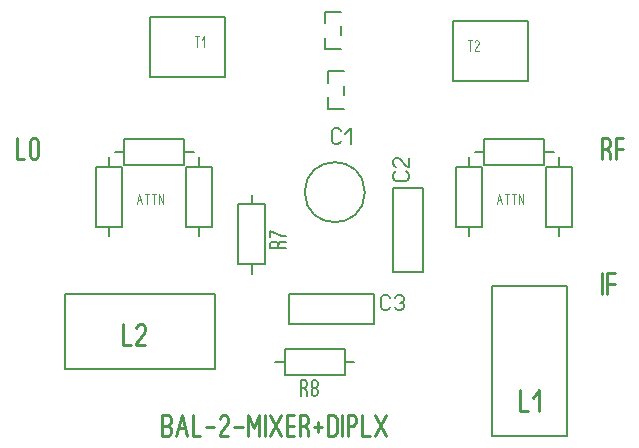
<source format=gbr>
%FSLAX34Y34*%
%MOMM*%
%LNSILK_TOP*%
G71*
G01*
%ADD10C,0.150*%
%ADD11C,0.167*%
%ADD12C,0.222*%
%ADD13C,0.111*%
%LPD*%
G54D10*
G75*
G01X31750Y-15750D02*
G03X31750Y-15750I-25400J0D01*
G01*
G54D10*
X-222250Y-101600D02*
X-222250Y-165100D01*
X-95250Y-165100D01*
X-95250Y-101600D01*
X-222250Y-101600D01*
G54D10*
X139700Y-222250D02*
X203200Y-222250D01*
X203200Y-95250D01*
X139700Y-95250D01*
X139700Y-222250D01*
G54D10*
X-75229Y-25980D02*
X-53054Y-25980D01*
X-53054Y-76680D01*
X-75229Y-76680D01*
X-75229Y-25980D01*
G54D10*
X-64141Y-25780D02*
X-64141Y-17880D01*
G54D10*
X-64141Y-76780D02*
X-64141Y-84680D01*
G54D11*
X-41884Y-60254D02*
X-40217Y-58254D01*
X-38550Y-57588D01*
X-35217Y-57588D01*
G54D11*
X-35217Y-62921D02*
X-48550Y-62921D01*
X-48550Y-59588D01*
X-47717Y-58254D01*
X-46050Y-57588D01*
X-44384Y-57588D01*
X-42717Y-58254D01*
X-41884Y-59588D01*
X-41884Y-62921D01*
G54D11*
X-48550Y-53921D02*
X-48550Y-48588D01*
X-46884Y-49254D01*
X-44384Y-50588D01*
X-41050Y-51921D01*
X-38550Y-52588D01*
X-35217Y-52588D01*
G54D10*
X80764Y-11983D02*
X55364Y-11983D01*
X55364Y-83583D01*
X80764Y-83583D01*
X80764Y-11983D01*
G54D11*
X66630Y1891D02*
X68297Y891D01*
X69130Y-1109D01*
X69130Y-3109D01*
X68297Y-5109D01*
X66630Y-6109D01*
X58297Y-6109D01*
X56630Y-5109D01*
X55797Y-3109D01*
X55797Y-1109D01*
X56630Y891D01*
X58297Y1891D01*
G54D11*
X69130Y13558D02*
X69130Y5558D01*
X68297Y5558D01*
X66630Y6558D01*
X61630Y12558D01*
X59964Y13558D01*
X58297Y13558D01*
X56630Y12558D01*
X55797Y10558D01*
X55797Y8558D01*
X56630Y6558D01*
X58297Y5558D01*
G54D10*
X39418Y-127460D02*
X39418Y-102059D01*
X-32182Y-102060D01*
X-32182Y-127460D01*
X39418Y-127460D01*
G54D11*
X53292Y-113326D02*
X52292Y-114993D01*
X50292Y-115826D01*
X48292Y-115826D01*
X46292Y-114993D01*
X45292Y-113326D01*
X45292Y-104993D01*
X46292Y-103326D01*
X48292Y-102493D01*
X50292Y-102493D01*
X52292Y-103326D01*
X53292Y-104993D01*
G54D11*
X56959Y-104993D02*
X57959Y-103326D01*
X59959Y-102493D01*
X61959Y-102493D01*
X63959Y-103326D01*
X64959Y-104993D01*
X64959Y-106659D01*
X63959Y-108326D01*
X61959Y-109159D01*
X63959Y-109993D01*
X64959Y-111659D01*
X64959Y-113326D01*
X63959Y-114993D01*
X61959Y-115826D01*
X59959Y-115826D01*
X57959Y-114993D01*
X56959Y-113326D01*
G54D11*
X11623Y27461D02*
X10623Y25794D01*
X8623Y24961D01*
X6623Y24961D01*
X4623Y25794D01*
X3623Y27461D01*
X3623Y35794D01*
X4623Y37461D01*
X6623Y38294D01*
X8623Y38294D01*
X10623Y37461D01*
X11623Y35794D01*
G54D11*
X15290Y33294D02*
X20290Y38294D01*
X20290Y24961D01*
G54D10*
X14620Y-148215D02*
X14620Y-170390D01*
X-36080Y-170390D01*
X-36080Y-148215D01*
X14620Y-148215D01*
G54D10*
X14820Y-159303D02*
X22720Y-159303D01*
G54D10*
X-36180Y-159303D02*
X-44080Y-159303D01*
G54D11*
X-19655Y-181561D02*
X-17655Y-183227D01*
X-16988Y-184894D01*
X-16988Y-188227D01*
G54D11*
X-22321Y-188227D02*
X-22321Y-174894D01*
X-18988Y-174894D01*
X-17655Y-175727D01*
X-16988Y-177394D01*
X-16988Y-179061D01*
X-17655Y-180727D01*
X-18988Y-181561D01*
X-22321Y-181561D01*
G54D11*
X-9988Y-181561D02*
X-11321Y-181561D01*
X-12655Y-180727D01*
X-13321Y-179061D01*
X-13321Y-177394D01*
X-12655Y-175727D01*
X-11321Y-174894D01*
X-9988Y-174894D01*
X-8655Y-175727D01*
X-7988Y-177394D01*
X-7988Y-179061D01*
X-8655Y-180727D01*
X-9988Y-181561D01*
X-8655Y-182394D01*
X-7988Y-184061D01*
X-7988Y-185727D01*
X-8655Y-187394D01*
X-9988Y-188227D01*
X-11321Y-188227D01*
X-12655Y-187394D01*
X-13321Y-185727D01*
X-13321Y-184061D01*
X-12655Y-182394D01*
X-11321Y-181561D01*
G54D12*
X-172646Y-127148D02*
X-172646Y-144926D01*
X-166424Y-144926D01*
G54D12*
X-154424Y-144926D02*
X-161536Y-144926D01*
X-161536Y-143814D01*
X-160647Y-141592D01*
X-155313Y-134926D01*
X-154424Y-132703D01*
X-154424Y-130481D01*
X-155313Y-128259D01*
X-157091Y-127148D01*
X-158869Y-127148D01*
X-160647Y-128259D01*
X-161536Y-130481D01*
G54D12*
X163483Y-183478D02*
X163483Y-201256D01*
X169705Y-201256D01*
G54D12*
X174594Y-190145D02*
X179038Y-183478D01*
X179038Y-201256D01*
G54D10*
X-195879Y5770D02*
X-173704Y5770D01*
X-173704Y-44930D01*
X-195879Y-44930D01*
X-195879Y5770D01*
G54D10*
X-184791Y5970D02*
X-184791Y13870D01*
G54D10*
X-184791Y-45030D02*
X-184791Y-52930D01*
G54D10*
X-121338Y29638D02*
X-121338Y7463D01*
X-172038Y7463D01*
X-172038Y29638D01*
X-121338Y29638D01*
G54D10*
X-121138Y18551D02*
X-113238Y18551D01*
G54D10*
X-172138Y18551D02*
X-180038Y18551D01*
G54D10*
X-119688Y5696D02*
X-97513Y5696D01*
X-97513Y-45004D01*
X-119688Y-45004D01*
X-119688Y5696D01*
G54D10*
X-108601Y5896D02*
X-108601Y13796D01*
G54D10*
X-108601Y-45104D02*
X-108601Y-53004D01*
G54D10*
X108921Y5770D02*
X131096Y5770D01*
X131096Y-44930D01*
X108921Y-44930D01*
X108921Y5770D01*
G54D10*
X120009Y5970D02*
X120009Y13870D01*
G54D10*
X120009Y-45030D02*
X120009Y-52930D01*
G54D10*
X183462Y29638D02*
X183462Y7463D01*
X132762Y7463D01*
X132762Y29638D01*
X183462Y29638D01*
G54D10*
X183662Y18551D02*
X191562Y18551D01*
G54D10*
X132662Y18551D02*
X124762Y18551D01*
G54D10*
X185112Y5696D02*
X207287Y5696D01*
X207287Y-45004D01*
X185112Y-45004D01*
X185112Y5696D01*
G54D10*
X196199Y5896D02*
X196199Y13796D01*
G54D10*
X196199Y-45104D02*
X196199Y-53004D01*
G54D12*
X-263077Y30039D02*
X-263077Y12261D01*
X-256855Y12261D01*
G54D12*
X-244855Y26705D02*
X-244855Y15594D01*
X-245744Y13372D01*
X-247522Y12261D01*
X-249299Y12261D01*
X-251077Y13372D01*
X-251966Y15594D01*
X-251966Y26705D01*
X-251077Y28928D01*
X-249299Y30039D01*
X-247522Y30039D01*
X-245744Y28928D01*
X-244855Y26705D01*
G54D12*
X235778Y21150D02*
X238445Y18928D01*
X239334Y16705D01*
X239334Y12261D01*
G54D12*
X232223Y12261D02*
X232223Y30039D01*
X236668Y30039D01*
X238445Y28928D01*
X239334Y26705D01*
X239334Y24483D01*
X238445Y22261D01*
X236668Y21150D01*
X232223Y21150D01*
G54D12*
X244223Y12261D02*
X244223Y30039D01*
X250445Y30039D01*
G54D12*
X244223Y21150D02*
X250445Y21150D01*
G54D12*
X232223Y-102039D02*
X232223Y-84261D01*
G54D12*
X237112Y-102039D02*
X237112Y-84261D01*
X243334Y-84261D01*
G54D12*
X237112Y-93150D02*
X243334Y-93150D01*
G54D13*
X-161477Y-25839D02*
X-159255Y-16950D01*
X-157033Y-25839D01*
G54D13*
X-160588Y-22506D02*
X-157921Y-22506D01*
G54D13*
X-152811Y-25839D02*
X-152811Y-16950D01*
G54D13*
X-154589Y-16950D02*
X-151033Y-16950D01*
G54D13*
X-146811Y-25839D02*
X-146811Y-16950D01*
G54D13*
X-148589Y-16950D02*
X-145033Y-16950D01*
G54D13*
X-142589Y-25839D02*
X-142589Y-16950D01*
X-139033Y-25839D01*
X-139033Y-16950D01*
G54D13*
X143323Y-25839D02*
X145545Y-16950D01*
X147767Y-25839D01*
G54D13*
X144212Y-22506D02*
X146879Y-22506D01*
G54D13*
X151989Y-25839D02*
X151989Y-16950D01*
G54D13*
X150211Y-16950D02*
X153767Y-16950D01*
G54D13*
X157989Y-25839D02*
X157989Y-16950D01*
G54D13*
X156211Y-16950D02*
X159767Y-16950D01*
G54D13*
X162211Y-25839D02*
X162211Y-16950D01*
X165767Y-25839D01*
X165767Y-16950D01*
G54D10*
X-150450Y82023D02*
X-86950Y82023D01*
X-86950Y132823D01*
X-150450Y132823D01*
X-150450Y82023D01*
G54D13*
X-110572Y107423D02*
X-110572Y116312D01*
G54D13*
X-112350Y116312D02*
X-108794Y116312D01*
G54D13*
X-106350Y112979D02*
X-104128Y116312D01*
X-104128Y107423D01*
G54D10*
X169590Y129530D02*
X106090Y129530D01*
X106090Y78730D01*
X169590Y78730D01*
X169590Y129530D01*
G54D13*
X120568Y104130D02*
X120568Y113019D01*
G54D13*
X118790Y113019D02*
X122346Y113019D01*
G54D13*
X128346Y104130D02*
X124790Y104130D01*
X124790Y104686D01*
X125234Y105797D01*
X127901Y109130D01*
X128346Y110241D01*
X128346Y111352D01*
X127901Y112463D01*
X127012Y113019D01*
X126123Y113019D01*
X125234Y112463D01*
X124790Y111352D01*
G54D12*
X-139700Y-222200D02*
X-139700Y-204422D01*
X-135256Y-204422D01*
X-133478Y-205533D01*
X-132589Y-207756D01*
X-132589Y-209978D01*
X-133478Y-212200D01*
X-135256Y-213311D01*
X-133478Y-214422D01*
X-132589Y-216644D01*
X-132589Y-218867D01*
X-133478Y-221089D01*
X-135256Y-222200D01*
X-139700Y-222200D01*
G54D12*
X-139700Y-213311D02*
X-135256Y-213311D01*
G54D12*
X-127700Y-222200D02*
X-123256Y-204422D01*
X-118811Y-222200D01*
G54D12*
X-125922Y-215533D02*
X-120589Y-215533D01*
G54D12*
X-113922Y-204422D02*
X-113922Y-222200D01*
X-107700Y-222200D01*
G54D12*
X-102811Y-214422D02*
X-95700Y-214422D01*
G54D12*
X-83700Y-222200D02*
X-90811Y-222200D01*
X-90811Y-221089D01*
X-89922Y-218867D01*
X-84589Y-212200D01*
X-83700Y-209978D01*
X-83700Y-207756D01*
X-84589Y-205533D01*
X-86367Y-204422D01*
X-88144Y-204422D01*
X-89922Y-205533D01*
X-90811Y-207756D01*
G54D12*
X-78811Y-214422D02*
X-71700Y-214422D01*
G54D12*
X-66811Y-222200D02*
X-66811Y-204422D01*
X-62367Y-215533D01*
X-57922Y-204422D01*
X-57922Y-222200D01*
G54D12*
X-53033Y-222200D02*
X-53033Y-204422D01*
G54D12*
X-48144Y-204422D02*
X-39255Y-222200D01*
G54D12*
X-48144Y-222200D02*
X-39255Y-204422D01*
G54D12*
X-28144Y-222200D02*
X-34366Y-222200D01*
X-34366Y-204422D01*
X-28144Y-204422D01*
G54D12*
X-34366Y-213311D02*
X-28144Y-213311D01*
G54D12*
X-19699Y-213311D02*
X-17033Y-215533D01*
X-16144Y-217756D01*
X-16144Y-222200D01*
G54D12*
X-23255Y-222200D02*
X-23255Y-204422D01*
X-18811Y-204422D01*
X-17033Y-205533D01*
X-16144Y-207756D01*
X-16144Y-209978D01*
X-17033Y-212200D01*
X-18811Y-213311D01*
X-23255Y-213311D01*
G54D12*
X-11255Y-214422D02*
X-4144Y-214422D01*
G54D12*
X-7699Y-209978D02*
X-7699Y-218867D01*
G54D12*
X745Y-222200D02*
X745Y-204422D01*
X5189Y-204422D01*
X6967Y-205533D01*
X7856Y-207756D01*
X7856Y-218867D01*
X6967Y-221089D01*
X5189Y-222200D01*
X745Y-222200D01*
G54D12*
X12745Y-222200D02*
X12745Y-204422D01*
G54D12*
X17634Y-222200D02*
X17634Y-204422D01*
X22078Y-204422D01*
X23856Y-205533D01*
X24745Y-207756D01*
X24745Y-209978D01*
X23856Y-212200D01*
X22078Y-213311D01*
X17634Y-213311D01*
G54D12*
X29634Y-204422D02*
X29634Y-222200D01*
X35856Y-222200D01*
G54D12*
X40745Y-204422D02*
X49634Y-222200D01*
G54D12*
X40745Y-222200D02*
X49634Y-204422D01*
G54D10*
X11467Y105144D02*
X-1533Y105144D01*
X-1533Y115144D01*
G54D10*
X-1533Y127144D02*
X-1533Y137144D01*
X11467Y137144D01*
G54D10*
X11467Y125144D02*
X11467Y117144D01*
G54D10*
X14012Y54530D02*
X1012Y54530D01*
X1012Y64530D01*
G54D10*
X1012Y76530D02*
X1012Y86530D01*
X14012Y86530D01*
G54D10*
X14012Y74530D02*
X14012Y66530D01*
M02*

</source>
